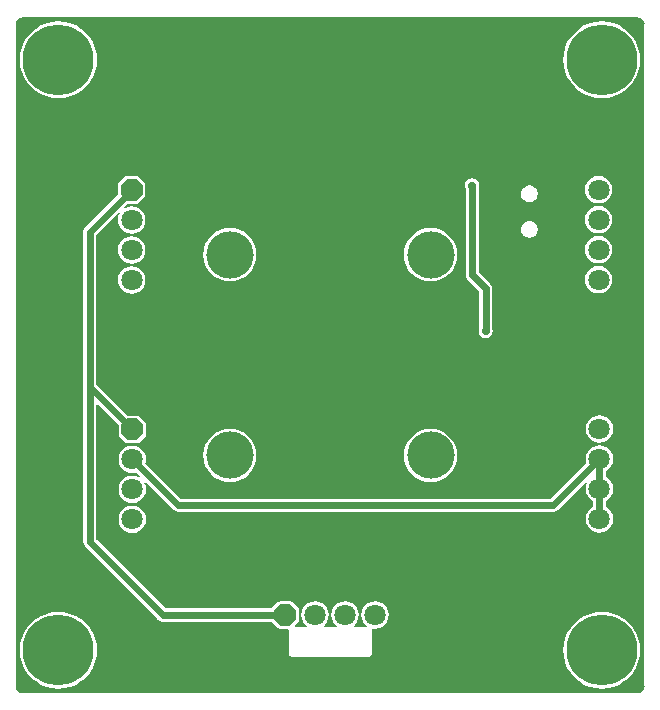
<source format=gbl>
G04 Layer_Physical_Order=2*
G04 Layer_Color=16711680*
%FSLAX44Y44*%
%MOMM*%
G71*
G01*
G75*
%ADD14C,0.6000*%
%ADD16P,1.9483X8X292.5*%
%ADD17C,1.8000*%
%ADD18P,1.9483X8X22.5*%
%ADD19C,4.0000*%
%ADD20C,6.0000*%
%ADD21C,0.7000*%
G36*
X537381Y585749D02*
X539400Y584400D01*
X540749Y582381D01*
X541189Y580167D01*
X541156Y580000D01*
Y20000D01*
X541189Y19833D01*
X540749Y17619D01*
X539400Y15600D01*
X537381Y14251D01*
X536199Y14016D01*
X535000Y13844D01*
Y13844D01*
X15000D01*
X14833Y13811D01*
X12619Y14251D01*
X10600Y15600D01*
X9251Y17619D01*
X9016Y18801D01*
X8844Y20000D01*
X8844D01*
Y580000D01*
X8811Y580167D01*
X9251Y582381D01*
X10600Y584400D01*
X12619Y585749D01*
X14833Y586189D01*
X15000Y586156D01*
X535000D01*
X535167Y586189D01*
X537381Y585749D01*
D02*
G37*
%LPC*%
G36*
X503000Y248999D02*
X499998Y248604D01*
X497200Y247445D01*
X494798Y245602D01*
X492955Y243200D01*
X491796Y240402D01*
X491401Y237400D01*
X491796Y234398D01*
X492955Y231600D01*
X494798Y229198D01*
X497200Y227355D01*
X499998Y226196D01*
X503000Y225801D01*
X506002Y226196D01*
X508800Y227355D01*
X511202Y229198D01*
X513045Y231600D01*
X514204Y234398D01*
X514599Y237400D01*
X514204Y240402D01*
X513045Y243200D01*
X511202Y245602D01*
X508800Y247445D01*
X506002Y248604D01*
X503000Y248999D01*
D02*
G37*
G36*
X360000Y237609D02*
X355589Y237174D01*
X351348Y235888D01*
X347439Y233799D01*
X344013Y230987D01*
X341201Y227561D01*
X339112Y223652D01*
X337826Y219411D01*
X337391Y215000D01*
X337826Y210589D01*
X339112Y206348D01*
X341201Y202439D01*
X344013Y199013D01*
X347439Y196201D01*
X351348Y194112D01*
X355589Y192826D01*
X360000Y192391D01*
X364411Y192826D01*
X368652Y194112D01*
X372561Y196201D01*
X375987Y199013D01*
X378799Y202439D01*
X380888Y206348D01*
X382174Y210589D01*
X382609Y215000D01*
X382174Y219411D01*
X380888Y223652D01*
X378799Y227561D01*
X375987Y230987D01*
X372561Y233799D01*
X368652Y235888D01*
X364411Y237174D01*
X360000Y237609D01*
D02*
G37*
G36*
X395250Y449618D02*
X392909Y449152D01*
X390924Y447826D01*
X389598Y445841D01*
X389132Y443500D01*
X389598Y441159D01*
X389642Y441093D01*
Y368000D01*
X390069Y365854D01*
X391285Y364035D01*
X401142Y354177D01*
Y322657D01*
X401098Y322591D01*
X400633Y320250D01*
X401098Y317909D01*
X402424Y315924D01*
X404409Y314598D01*
X406750Y314132D01*
X409091Y314598D01*
X411076Y315924D01*
X412402Y317909D01*
X412868Y320250D01*
X412402Y322591D01*
X412358Y322657D01*
Y356500D01*
X411931Y358646D01*
X410715Y360465D01*
X400858Y370323D01*
Y441093D01*
X400902Y441159D01*
X401367Y443500D01*
X400902Y445841D01*
X399576Y447826D01*
X397591Y449152D01*
X395250Y449618D01*
D02*
G37*
G36*
X502250Y375449D02*
X499248Y375054D01*
X496450Y373895D01*
X494048Y372052D01*
X492205Y369650D01*
X491046Y366852D01*
X490651Y363850D01*
X491046Y360848D01*
X492205Y358050D01*
X494048Y355648D01*
X496450Y353805D01*
X499248Y352646D01*
X502250Y352251D01*
X505252Y352646D01*
X508050Y353805D01*
X510452Y355648D01*
X512295Y358050D01*
X513454Y360848D01*
X513849Y363850D01*
X513454Y366852D01*
X512295Y369650D01*
X510452Y372052D01*
X508050Y373895D01*
X505252Y375054D01*
X502250Y375449D01*
D02*
G37*
G36*
X107000Y375249D02*
X103998Y374854D01*
X101200Y373695D01*
X98798Y371852D01*
X96955Y369450D01*
X95796Y366652D01*
X95401Y363650D01*
X95796Y360648D01*
X96955Y357850D01*
X98798Y355448D01*
X101200Y353605D01*
X103998Y352446D01*
X107000Y352051D01*
X110002Y352446D01*
X112800Y353605D01*
X115202Y355448D01*
X117045Y357850D01*
X118204Y360648D01*
X118599Y363650D01*
X118204Y366652D01*
X117045Y369450D01*
X115202Y371852D01*
X112800Y373695D01*
X110002Y374854D01*
X107000Y375249D01*
D02*
G37*
G36*
X505000Y82600D02*
X499900Y82199D01*
X494926Y81005D01*
X490200Y79047D01*
X485838Y76374D01*
X481948Y73052D01*
X478626Y69162D01*
X475953Y64800D01*
X473995Y60074D01*
X472801Y55100D01*
X472399Y50000D01*
X472801Y44900D01*
X473995Y39926D01*
X475953Y35200D01*
X478626Y30838D01*
X481948Y26948D01*
X485838Y23626D01*
X490200Y20953D01*
X494926Y18995D01*
X499900Y17801D01*
X505000Y17399D01*
X510100Y17801D01*
X515074Y18995D01*
X519800Y20953D01*
X524162Y23626D01*
X528052Y26948D01*
X531374Y30838D01*
X534047Y35200D01*
X536005Y39926D01*
X537199Y44900D01*
X537601Y50000D01*
X537199Y55100D01*
X536005Y60074D01*
X534047Y64800D01*
X531374Y69162D01*
X528052Y73052D01*
X524162Y76374D01*
X519800Y79047D01*
X515074Y81005D01*
X510100Y82199D01*
X505000Y82600D01*
D02*
G37*
G36*
X45000D02*
X39900Y82199D01*
X34926Y81005D01*
X30200Y79047D01*
X25838Y76374D01*
X21948Y73052D01*
X18626Y69162D01*
X15953Y64800D01*
X13995Y60074D01*
X12801Y55100D01*
X12399Y50000D01*
X12801Y44900D01*
X13995Y39926D01*
X15953Y35200D01*
X18626Y30838D01*
X21948Y26948D01*
X25838Y23626D01*
X30200Y20953D01*
X34926Y18995D01*
X39900Y17801D01*
X45000Y17399D01*
X50100Y17801D01*
X55074Y18995D01*
X59800Y20953D01*
X64162Y23626D01*
X68052Y26948D01*
X71374Y30838D01*
X74047Y35200D01*
X76005Y39926D01*
X77199Y44900D01*
X77600Y50000D01*
X77199Y55100D01*
X76005Y60074D01*
X74047Y64800D01*
X71374Y69162D01*
X68052Y73052D01*
X64162Y76374D01*
X59800Y79047D01*
X55074Y81005D01*
X50100Y82199D01*
X45000Y82600D01*
D02*
G37*
G36*
X107500Y172549D02*
X104498Y172154D01*
X101700Y170995D01*
X99298Y169152D01*
X97455Y166750D01*
X96296Y163952D01*
X95901Y160950D01*
X96296Y157948D01*
X97455Y155150D01*
X99298Y152748D01*
X101700Y150905D01*
X104498Y149746D01*
X107500Y149351D01*
X110502Y149746D01*
X113300Y150905D01*
X115702Y152748D01*
X117545Y155150D01*
X118704Y157948D01*
X119099Y160950D01*
X118704Y163952D01*
X117545Y166750D01*
X115702Y169152D01*
X113300Y170995D01*
X110502Y172154D01*
X107500Y172549D01*
D02*
G37*
G36*
X190000Y237609D02*
X185589Y237174D01*
X181348Y235888D01*
X177439Y233799D01*
X174013Y230987D01*
X171201Y227561D01*
X169112Y223652D01*
X167826Y219411D01*
X167391Y215000D01*
X167826Y210589D01*
X169112Y206348D01*
X171201Y202439D01*
X174013Y199013D01*
X177439Y196201D01*
X181348Y194112D01*
X185589Y192826D01*
X190000Y192391D01*
X194411Y192826D01*
X198652Y194112D01*
X202561Y196201D01*
X205987Y199013D01*
X208799Y202439D01*
X210888Y206348D01*
X212174Y210589D01*
X212609Y215000D01*
X212174Y219411D01*
X210888Y223652D01*
X208799Y227561D01*
X205987Y230987D01*
X202561Y233799D01*
X198652Y235888D01*
X194411Y237174D01*
X190000Y237609D01*
D02*
G37*
G36*
X503000Y223599D02*
X499998Y223204D01*
X497200Y222045D01*
X494798Y220202D01*
X492955Y217800D01*
X491796Y215002D01*
X491401Y212000D01*
X491796Y208998D01*
X491875Y208806D01*
X461427Y178358D01*
X148823D01*
X118624Y208556D01*
X118704Y208748D01*
X119099Y211750D01*
X118704Y214752D01*
X117545Y217550D01*
X115702Y219952D01*
X113300Y221795D01*
X110502Y222954D01*
X107500Y223349D01*
X104498Y222954D01*
X101700Y221795D01*
X99298Y219952D01*
X97455Y217550D01*
X96296Y214752D01*
X95901Y211750D01*
X96296Y208748D01*
X97455Y205950D01*
X99298Y203548D01*
X101700Y201705D01*
X104498Y200546D01*
X107500Y200151D01*
X110502Y200546D01*
X110694Y200625D01*
X113726Y197593D01*
X113007Y196516D01*
X110502Y197554D01*
X107500Y197949D01*
X104498Y197554D01*
X101700Y196395D01*
X99298Y194552D01*
X97455Y192150D01*
X96296Y189352D01*
X95901Y186350D01*
X96296Y183348D01*
X97455Y180550D01*
X99298Y178148D01*
X101700Y176305D01*
X104498Y175146D01*
X107500Y174751D01*
X110502Y175146D01*
X113300Y176305D01*
X115702Y178148D01*
X117545Y180550D01*
X118704Y183348D01*
X119099Y186350D01*
X118704Y189352D01*
X117666Y191857D01*
X118743Y192576D01*
X142535Y168785D01*
X144354Y167569D01*
X146500Y167142D01*
X463750D01*
X465896Y167569D01*
X467715Y168785D01*
X491757Y192826D01*
X492834Y192107D01*
X491796Y189602D01*
X491401Y186600D01*
X491796Y183598D01*
X492955Y180800D01*
X494798Y178398D01*
X497200Y176555D01*
X497392Y176475D01*
Y171325D01*
X497200Y171245D01*
X494798Y169402D01*
X492955Y167000D01*
X491796Y164202D01*
X491401Y161200D01*
X491796Y158198D01*
X492955Y155400D01*
X494798Y152998D01*
X497200Y151155D01*
X499998Y149996D01*
X503000Y149601D01*
X506002Y149996D01*
X508800Y151155D01*
X511202Y152998D01*
X513045Y155400D01*
X514204Y158198D01*
X514599Y161200D01*
X514204Y164202D01*
X513045Y167000D01*
X511202Y169402D01*
X508800Y171245D01*
X508608Y171325D01*
Y176475D01*
X508800Y176555D01*
X511202Y178398D01*
X513045Y180800D01*
X514204Y183598D01*
X514599Y186600D01*
X514204Y189602D01*
X513045Y192400D01*
X511202Y194802D01*
X508800Y196645D01*
X508608Y196725D01*
Y201875D01*
X508800Y201955D01*
X511202Y203798D01*
X513045Y206200D01*
X514204Y208998D01*
X514599Y212000D01*
X514204Y215002D01*
X513045Y217800D01*
X511202Y220202D01*
X508800Y222045D01*
X506002Y223204D01*
X503000Y223599D01*
D02*
G37*
G36*
X190000Y407609D02*
X185589Y407174D01*
X181348Y405888D01*
X177439Y403798D01*
X174013Y400987D01*
X171201Y397561D01*
X169112Y393652D01*
X167826Y389411D01*
X167391Y385000D01*
X167826Y380589D01*
X169112Y376348D01*
X171201Y372439D01*
X174013Y369013D01*
X177439Y366201D01*
X181348Y364112D01*
X185589Y362826D01*
X190000Y362391D01*
X194411Y362826D01*
X198652Y364112D01*
X202561Y366201D01*
X205987Y369013D01*
X208799Y372439D01*
X210888Y376348D01*
X212174Y380589D01*
X212609Y385000D01*
X212174Y389411D01*
X210888Y393652D01*
X208799Y397561D01*
X205987Y400987D01*
X202561Y403798D01*
X198652Y405888D01*
X194411Y407174D01*
X190000Y407609D01*
D02*
G37*
G36*
X502250Y451649D02*
X499248Y451254D01*
X496450Y450095D01*
X494048Y448252D01*
X492205Y445850D01*
X491046Y443052D01*
X490651Y440050D01*
X491046Y437048D01*
X492205Y434250D01*
X494048Y431848D01*
X496450Y430005D01*
X499248Y428846D01*
X502250Y428451D01*
X505252Y428846D01*
X508050Y430005D01*
X510452Y431848D01*
X512295Y434250D01*
X513454Y437048D01*
X513849Y440050D01*
X513454Y443052D01*
X512295Y445850D01*
X510452Y448252D01*
X508050Y450095D01*
X505252Y451254D01*
X502250Y451649D01*
D02*
G37*
G36*
Y426249D02*
X499248Y425854D01*
X496450Y424695D01*
X494048Y422852D01*
X492205Y420450D01*
X491046Y417652D01*
X490651Y414650D01*
X491046Y411648D01*
X492205Y408850D01*
X494048Y406448D01*
X496450Y404605D01*
X499248Y403446D01*
X502250Y403051D01*
X505252Y403446D01*
X508050Y404605D01*
X510452Y406448D01*
X512295Y408850D01*
X513454Y411648D01*
X513849Y414650D01*
X513454Y417652D01*
X512295Y420450D01*
X510452Y422852D01*
X508050Y424695D01*
X505252Y425854D01*
X502250Y426249D01*
D02*
G37*
G36*
X444247Y443588D02*
X443253D01*
X441497Y443239D01*
X440578Y442858D01*
X439090Y441864D01*
X438386Y441161D01*
X437392Y439672D01*
X437011Y438753D01*
X436662Y436997D01*
Y436746D01*
X436613Y436500D01*
X436662Y436254D01*
Y436003D01*
X437011Y434247D01*
X437392Y433328D01*
X438386Y431839D01*
X439090Y431136D01*
X440578Y430142D01*
X441497Y429761D01*
X443253Y429412D01*
X444247D01*
X446003Y429761D01*
X446922Y430142D01*
X448410Y431136D01*
X449114Y431839D01*
X450108Y433328D01*
X450489Y434247D01*
X450838Y436003D01*
Y436254D01*
X450887Y436500D01*
X450838Y436746D01*
Y436997D01*
X450489Y438753D01*
X450108Y439672D01*
X449114Y441160D01*
X448410Y441864D01*
X446922Y442858D01*
X446003Y443239D01*
X444247Y443588D01*
D02*
G37*
G36*
X505000Y582601D02*
X499900Y582199D01*
X494926Y581005D01*
X490200Y579047D01*
X485838Y576374D01*
X481948Y573052D01*
X478626Y569162D01*
X475953Y564800D01*
X473995Y560074D01*
X472801Y555100D01*
X472399Y550000D01*
X472801Y544900D01*
X473995Y539926D01*
X475953Y535200D01*
X478626Y530838D01*
X481948Y526948D01*
X485838Y523626D01*
X490200Y520953D01*
X494926Y518995D01*
X499900Y517801D01*
X505000Y517399D01*
X510100Y517801D01*
X515074Y518995D01*
X519800Y520953D01*
X524162Y523626D01*
X528052Y526948D01*
X531374Y530838D01*
X534047Y535200D01*
X536005Y539926D01*
X537199Y544900D01*
X537601Y550000D01*
X537199Y555100D01*
X536005Y560074D01*
X534047Y564800D01*
X531374Y569162D01*
X528052Y573052D01*
X524162Y576374D01*
X519800Y579047D01*
X515074Y581005D01*
X510100Y582199D01*
X505000Y582601D01*
D02*
G37*
G36*
X45000D02*
X39900Y582199D01*
X34926Y581005D01*
X30200Y579047D01*
X25838Y576374D01*
X21948Y573052D01*
X18626Y569162D01*
X15953Y564800D01*
X13995Y560074D01*
X12801Y555100D01*
X12399Y550000D01*
X12801Y544900D01*
X13995Y539926D01*
X15953Y535200D01*
X18626Y530838D01*
X21948Y526948D01*
X25838Y523626D01*
X30200Y520953D01*
X34926Y518995D01*
X39900Y517801D01*
X45000Y517399D01*
X50100Y517801D01*
X55074Y518995D01*
X59800Y520953D01*
X64162Y523626D01*
X68052Y526948D01*
X71374Y530838D01*
X74047Y535200D01*
X76005Y539926D01*
X77199Y544900D01*
X77600Y550000D01*
X77199Y555100D01*
X76005Y560074D01*
X74047Y564800D01*
X71374Y569162D01*
X68052Y573052D01*
X64162Y576374D01*
X59800Y579047D01*
X55074Y581005D01*
X50100Y582199D01*
X45000Y582601D01*
D02*
G37*
G36*
X107000Y400649D02*
X103998Y400254D01*
X101200Y399095D01*
X98798Y397252D01*
X96955Y394850D01*
X95796Y392052D01*
X95401Y389050D01*
X95796Y386048D01*
X96955Y383250D01*
X98798Y380848D01*
X101200Y379005D01*
X103998Y377846D01*
X107000Y377451D01*
X110002Y377846D01*
X112800Y379005D01*
X115202Y380848D01*
X117045Y383250D01*
X118204Y386048D01*
X118599Y389050D01*
X118204Y392052D01*
X117045Y394850D01*
X115202Y397252D01*
X112800Y399095D01*
X110002Y400254D01*
X107000Y400649D01*
D02*
G37*
G36*
X360000Y407609D02*
X355589Y407174D01*
X351348Y405888D01*
X347439Y403798D01*
X344013Y400987D01*
X341201Y397561D01*
X339112Y393652D01*
X337826Y389411D01*
X337391Y385000D01*
X337826Y380589D01*
X339112Y376348D01*
X341201Y372439D01*
X344013Y369013D01*
X347439Y366201D01*
X351348Y364112D01*
X355589Y362826D01*
X360000Y362391D01*
X364411Y362826D01*
X368652Y364112D01*
X372561Y366201D01*
X375987Y369013D01*
X378799Y372439D01*
X380888Y376348D01*
X382174Y380589D01*
X382609Y385000D01*
X382174Y389411D01*
X380888Y393652D01*
X378799Y397561D01*
X375987Y400987D01*
X372561Y403798D01*
X368652Y405888D01*
X364411Y407174D01*
X360000Y407609D01*
D02*
G37*
G36*
X502250Y400849D02*
X499248Y400454D01*
X496450Y399295D01*
X494048Y397452D01*
X492205Y395050D01*
X491046Y392252D01*
X490651Y389250D01*
X491046Y386248D01*
X492205Y383450D01*
X494048Y381048D01*
X496450Y379205D01*
X499248Y378046D01*
X502250Y377651D01*
X505252Y378046D01*
X508050Y379205D01*
X510452Y381048D01*
X512295Y383450D01*
X513454Y386248D01*
X513849Y389250D01*
X513454Y392252D01*
X512295Y395050D01*
X510452Y397452D01*
X508050Y399295D01*
X505252Y400454D01*
X502250Y400849D01*
D02*
G37*
G36*
X111500Y451399D02*
X102500D01*
X101525Y451205D01*
X100698Y450652D01*
X96198Y446152D01*
X95645Y445326D01*
X95451Y444350D01*
Y436232D01*
X67535Y408315D01*
X66319Y406496D01*
X65892Y404350D01*
Y273150D01*
Y142000D01*
X66319Y139854D01*
X67535Y138035D01*
X129535Y76035D01*
X131354Y74819D01*
X133500Y74392D01*
X225634D01*
X226098Y73698D01*
X230598Y69198D01*
X231425Y68645D01*
X232400Y68451D01*
X238918D01*
X239951Y67200D01*
Y47200D01*
X240145Y46225D01*
X240698Y45398D01*
X241525Y44845D01*
X242500Y44651D01*
X307500D01*
X308475Y44845D01*
X309302Y45398D01*
X309855Y46225D01*
X310049Y47200D01*
Y67200D01*
X309983Y67530D01*
X310904Y68662D01*
X310950Y68684D01*
X313100Y68401D01*
X316102Y68796D01*
X318900Y69955D01*
X321302Y71798D01*
X323145Y74200D01*
X324304Y76998D01*
X324699Y80000D01*
X324304Y83002D01*
X323145Y85800D01*
X321302Y88202D01*
X318900Y90045D01*
X316102Y91204D01*
X313100Y91599D01*
X310098Y91204D01*
X307300Y90045D01*
X304898Y88202D01*
X303055Y85800D01*
X301896Y83002D01*
X301501Y80000D01*
X301896Y76998D01*
X303055Y74200D01*
X304898Y71798D01*
X305914Y71019D01*
X305482Y69749D01*
X295318D01*
X294886Y71019D01*
X295902Y71798D01*
X297745Y74200D01*
X298904Y76998D01*
X299299Y80000D01*
X298904Y83002D01*
X297745Y85800D01*
X295902Y88202D01*
X293500Y90045D01*
X290702Y91204D01*
X287700Y91599D01*
X284698Y91204D01*
X281900Y90045D01*
X279498Y88202D01*
X277655Y85800D01*
X276496Y83002D01*
X276101Y80000D01*
X276496Y76998D01*
X277655Y74200D01*
X279498Y71798D01*
X280513Y71019D01*
X280082Y69749D01*
X269918D01*
X269487Y71019D01*
X270502Y71798D01*
X272345Y74200D01*
X273504Y76998D01*
X273899Y80000D01*
X273504Y83002D01*
X272345Y85800D01*
X270502Y88202D01*
X268100Y90045D01*
X265302Y91204D01*
X262300Y91599D01*
X259298Y91204D01*
X256500Y90045D01*
X254098Y88202D01*
X252255Y85800D01*
X251096Y83002D01*
X250701Y80000D01*
X251096Y76998D01*
X252255Y74200D01*
X254098Y71798D01*
X255114Y71019D01*
X254682Y69749D01*
X245413D01*
X244927Y70922D01*
X247702Y73698D01*
X248255Y74525D01*
X248449Y75500D01*
Y84500D01*
X248255Y85476D01*
X247702Y86302D01*
X243202Y90802D01*
X242375Y91355D01*
X241400Y91549D01*
X232400D01*
X231425Y91355D01*
X230598Y90802D01*
X226098Y86302D01*
X225634Y85608D01*
X135823D01*
X77108Y144323D01*
Y257952D01*
X78281Y258438D01*
X95951Y240768D01*
Y232650D01*
X96145Y231675D01*
X96698Y230848D01*
X101198Y226348D01*
X102025Y225795D01*
X103000Y225601D01*
X112000D01*
X112976Y225795D01*
X113802Y226348D01*
X118302Y230848D01*
X118855Y231675D01*
X119049Y232650D01*
Y241650D01*
X118855Y242626D01*
X118302Y243452D01*
X113802Y247952D01*
X112976Y248505D01*
X112000Y248699D01*
X103882D01*
X77108Y275473D01*
Y402027D01*
X95757Y420676D01*
X96834Y419957D01*
X95796Y417452D01*
X95401Y414450D01*
X95796Y411448D01*
X96955Y408650D01*
X98798Y406248D01*
X101200Y404405D01*
X103998Y403246D01*
X107000Y402851D01*
X110002Y403246D01*
X112800Y404405D01*
X115202Y406248D01*
X117045Y408650D01*
X118204Y411448D01*
X118599Y414450D01*
X118204Y417452D01*
X117045Y420250D01*
X115202Y422652D01*
X112800Y424495D01*
X110002Y425654D01*
X107000Y426049D01*
X103998Y425654D01*
X101493Y424616D01*
X100774Y425693D01*
X103382Y428301D01*
X111500D01*
X112476Y428495D01*
X113302Y429048D01*
X117802Y433548D01*
X118355Y434375D01*
X118549Y435350D01*
Y444350D01*
X118355Y445326D01*
X117802Y446152D01*
X113302Y450652D01*
X112476Y451205D01*
X112314Y451237D01*
X111500Y451399D01*
D02*
G37*
G36*
X444247Y413588D02*
X443253D01*
X441497Y413239D01*
X440578Y412858D01*
X439090Y411864D01*
X438386Y411161D01*
X437392Y409672D01*
X437011Y408753D01*
X436662Y406997D01*
Y406746D01*
X436613Y406500D01*
X436662Y406254D01*
Y406003D01*
X437011Y404247D01*
X437392Y403328D01*
X438386Y401840D01*
X439090Y401136D01*
X440578Y400142D01*
X441497Y399761D01*
X443253Y399412D01*
X444247D01*
X446003Y399761D01*
X446922Y400142D01*
X448410Y401136D01*
X449114Y401839D01*
X450108Y403328D01*
X450489Y404247D01*
X450838Y406003D01*
Y406254D01*
X450887Y406500D01*
X450838Y406746D01*
Y406997D01*
X450489Y408753D01*
X450108Y409672D01*
X449114Y411160D01*
X448410Y411864D01*
X446922Y412858D01*
X446003Y413239D01*
X444247Y413588D01*
D02*
G37*
%LPD*%
D14*
X395250Y368000D02*
Y443500D01*
Y368000D02*
X406750Y356500D01*
Y320250D02*
Y356500D01*
X503000Y186600D02*
Y212000D01*
Y161200D02*
Y186600D01*
X133500Y80000D02*
X236900D01*
X71500Y142000D02*
X133500Y80000D01*
X71500Y142000D02*
Y273150D01*
X107500Y237150D01*
X71500Y273150D02*
Y404350D01*
X107000Y439850D01*
X463750Y172750D02*
X503000Y212000D01*
X146500Y172750D02*
X463750D01*
X107500Y211750D02*
X146500Y172750D01*
D16*
X107500Y237150D02*
D03*
X107000Y439850D02*
D03*
D17*
X107500Y211750D02*
D03*
Y186350D02*
D03*
Y160950D02*
D03*
X503000Y212000D02*
D03*
Y186600D02*
D03*
Y161200D02*
D03*
Y237400D02*
D03*
X107000Y414450D02*
D03*
Y389050D02*
D03*
Y363650D02*
D03*
X262300Y80000D02*
D03*
X287700D02*
D03*
X313100D02*
D03*
X502250Y414650D02*
D03*
Y389250D02*
D03*
Y363850D02*
D03*
Y440050D02*
D03*
D18*
X236900Y80000D02*
D03*
D19*
X360000Y215000D02*
D03*
X190000D02*
D03*
Y385000D02*
D03*
X360000D02*
D03*
D20*
X505000Y50000D02*
D03*
X45000D02*
D03*
Y550000D02*
D03*
X505000D02*
D03*
D21*
X395250Y443500D02*
D03*
X406750Y320250D02*
D03*
M02*

</source>
